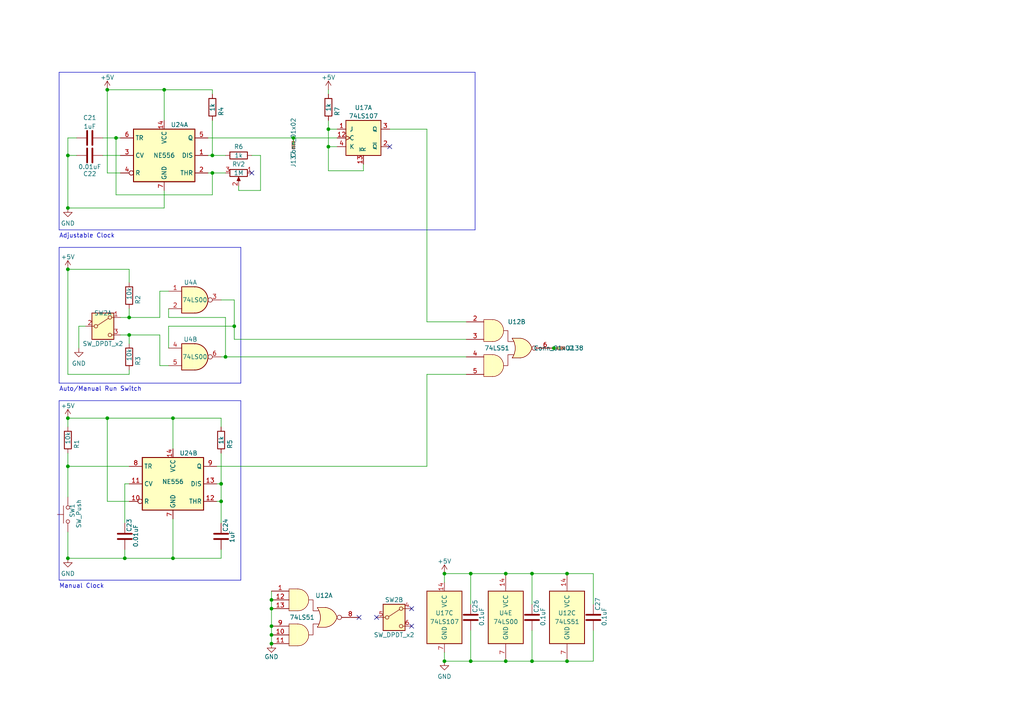
<source format=kicad_sch>
(kicad_sch (version 20231120) (generator "eeschema") (generator_version "8.0")
  (paper "A4")
  (lib_symbols
    (symbol "74xx:74LS00" (pin_names (offset 1.016))
      (property "Reference" "U" (at 0 1.27 0))
      (property "Value" "74LS00" (at 0 -1.27 0))
      (symbol "74LS00_1_1"
        (arc (start 0 -3.81) (mid 3.7934 0) (end 0 3.81) (stroke (width 0.254)) (fill (type background)))
        (polyline (pts (xy 0 3.81) (xy -3.81 3.81) (xy -3.81 -3.81) (xy 0 -3.81)) (stroke (width 0.254)) (fill (type background)))
        (pin input line (at -7.62 2.54 0) (length 3.81) (name "~") (number "1"))
        (pin input line (at -7.62 -2.54 0) (length 3.81) (name "~") (number "2"))
        (pin output inverted (at 7.62 0 180) (length 3.81) (name "~") (number "3"))
      )
      (symbol "74LS00_1_2"
        (arc (start -3.81 -3.81) (mid -2.589 0) (end -3.81 3.81) (stroke (width 0.254)))
        (arc (start -0.6096 -3.81) (mid 2.1855 -2.584) (end 3.81 0) (stroke (width 0.254)) (fill (type background)))
        (polyline (pts (xy -3.81 -3.81) (xy -0.635 -3.81)) (stroke (width 0.254)) (fill (type background)))
        (polyline (pts (xy -3.81 3.81) (xy -0.635 3.81)) (stroke (width 0.254)) (fill (type background)))
        (polyline (pts (xy -0.635 3.81) (xy -3.81 3.81) (xy -3.81 3.81) (xy -3.556 3.4036) (xy -3.0226 2.2606) (xy -2.6924 1.0414) (xy -2.6162 -0.254) (xy -2.7686 -1.4986) (xy -3.175 -2.7178) (xy -3.81 -3.81) (xy -3.81 -3.81) (xy -0.635 -3.81)) (stroke (width -25.4)) (fill (type background)))
        (arc (start 3.81 0) (mid 2.1928 2.5925) (end -0.6096 3.81) (stroke (width 0.254)) (fill (type background)))
        (pin input inverted (at -7.62 2.54 0) (length 4.318) (name "~") (number "1"))
        (pin input inverted (at -7.62 -2.54 0) (length 4.318) (name "~") (number "2"))
        (pin output line (at 7.62 0 180) (length 3.81) (name "~") (number "3"))
      )
      (symbol "74LS00_2_1"
        (arc (start 0 -3.81) (mid 3.7934 0) (end 0 3.81) (stroke (width 0.254)) (fill (type background)))
        (polyline (pts (xy 0 3.81) (xy -3.81 3.81) (xy -3.81 -3.81) (xy 0 -3.81)) (stroke (width 0.254)) (fill (type background)))
        (pin input line (at -7.62 2.54 0) (length 3.81) (name "~") (number "4"))
        (pin input line (at -7.62 -2.54 0) (length 3.81) (name "~") (number "5"))
        (pin output inverted (at 7.62 0 180) (length 3.81) (name "~") (number "6"))
      )
      (symbol "74LS00_2_2"
        (arc (start -3.81 -3.81) (mid -2.589 0) (end -3.81 3.81) (stroke (width 0.254)))
        (arc (start -0.6096 -3.81) (mid 2.1855 -2.584) (end 3.81 0) (stroke (width 0.254)) (fill (type background)))
        (polyline (pts (xy -3.81 -3.81) (xy -0.635 -3.81)) (stroke (width 0.254)) (fill (type background)))
        (polyline (pts (xy -3.81 3.81) (xy -0.635 3.81)) (stroke (width 0.254)) (fill (type background)))
        (polyline (pts (xy -0.635 3.81) (xy -3.81 3.81) (xy -3.81 3.81) (xy -3.556 3.4036) (xy -3.0226 2.2606) (xy -2.6924 1.0414) (xy -2.6162 -0.254) (xy -2.7686 -1.4986) (xy -3.175 -2.7178) (xy -3.81 -3.81) (xy -3.81 -3.81) (xy -0.635 -3.81)) (stroke (width -25.4)) (fill (type background)))
        (arc (start 3.81 0) (mid 2.1928 2.5925) (end -0.6096 3.81) (stroke (width 0.254)) (fill (type background)))
        (pin input inverted (at -7.62 2.54 0) (length 4.318) (name "~") (number "4"))
        (pin input inverted (at -7.62 -2.54 0) (length 4.318) (name "~") (number "5"))
        (pin output line (at 7.62 0 180) (length 3.81) (name "~") (number "6"))
      )
      (symbol "74LS00_3_1"
        (arc (start 0 -3.81) (mid 3.7934 0) (end 0 3.81) (stroke (width 0.254)) (fill (type background)))
        (polyline (pts (xy 0 3.81) (xy -3.81 3.81) (xy -3.81 -3.81) (xy 0 -3.81)) (stroke (width 0.254)) (fill (type background)))
        (pin input line (at -7.62 -2.54 0) (length 3.81) (name "~") (number "10"))
        (pin output inverted (at 7.62 0 180) (length 3.81) (name "~") (number "8"))
        (pin input line (at -7.62 2.54 0) (length 3.81) (name "~") (number "9"))
      )
      (symbol "74LS00_3_2"
        (arc (start -3.81 -3.81) (mid -2.589 0) (end -3.81 3.81) (stroke (width 0.254)))
        (arc (start -0.6096 -3.81) (mid 2.1855 -2.584) (end 3.81 0) (stroke (width 0.254)) (fill (type background)))
        (polyline (pts (xy -3.81 -3.81) (xy -0.635 -3.81)) (stroke (width 0.254)) (fill (type background)))
        (polyline (pts (xy -3.81 3.81) (xy -0.635 3.81)) (stroke (width 0.254)) (fill (type background)))
        (polyline (pts (xy -0.635 3.81) (xy -3.81 3.81) (xy -3.81 3.81) (xy -3.556 3.4036) (xy -3.0226 2.2606) (xy -2.6924 1.0414) (xy -2.6162 -0.254) (xy -2.7686 -1.4986) (xy -3.175 -2.7178) (xy -3.81 -3.81) (xy -3.81 -3.81) (xy -0.635 -3.81)) (stroke (width -25.4)) (fill (type background)))
        (arc (start 3.81 0) (mid 2.1928 2.5925) (end -0.6096 3.81) (stroke (width 0.254)) (fill (type background)))
        (pin input inverted (at -7.62 -2.54 0) (length 4.318) (name "~") (number "10"))
        (pin output line (at 7.62 0 180) (length 3.81) (name "~") (number "8"))
        (pin input inverted (at -7.62 2.54 0) (length 4.318) (name "~") (number "9"))
      )
      (symbol "74LS00_4_1"
        (arc (start 0 -3.81) (mid 3.7934 0) (end 0 3.81) (stroke (width 0.254)) (fill (type background)))
        (polyline (pts (xy 0 3.81) (xy -3.81 3.81) (xy -3.81 -3.81) (xy 0 -3.81)) (stroke (width 0.254)) (fill (type background)))
        (pin output inverted (at 7.62 0 180) (length 3.81) (name "~") (number "11"))
        (pin input line (at -7.62 2.54 0) (length 3.81) (name "~") (number "12"))
        (pin input line (at -7.62 -2.54 0) (length 3.81) (name "~") (number "13"))
      )
      (symbol "74LS00_4_2"
        (arc (start -3.81 -3.81) (mid -2.589 0) (end -3.81 3.81) (stroke (width 0.254)))
        (arc (start -0.6096 -3.81) (mid 2.1855 -2.584) (end 3.81 0) (stroke (width 0.254)) (fill (type background)))
        (polyline (pts (xy -3.81 -3.81) (xy -0.635 -3.81)) (stroke (width 0.254)) (fill (type background)))
        (polyline (pts (xy -3.81 3.81) (xy -0.635 3.81)) (stroke (width 0.254)) (fill (type background)))
        (polyline (pts (xy -0.635 3.81) (xy -3.81 3.81) (xy -3.81 3.81) (xy -3.556 3.4036) (xy -3.0226 2.2606) (xy -2.6924 1.0414) (xy -2.6162 -0.254) (xy -2.7686 -1.4986) (xy -3.175 -2.7178) (xy -3.81 -3.81) (xy -3.81 -3.81) (xy -0.635 -3.81)) (stroke (width -25.4)) (fill (type background)))
        (arc (start 3.81 0) (mid 2.1928 2.5925) (end -0.6096 3.81) (stroke (width 0.254)) (fill (type background)))
        (pin output line (at 7.62 0 180) (length 3.81) (name "~") (number "11"))
        (pin input inverted (at -7.62 2.54 0) (length 4.318) (name "~") (number "12"))
        (pin input inverted (at -7.62 -2.54 0) (length 4.318) (name "~") (number "13"))
      )
      (symbol "74LS00_5_0"
        (pin power_in line (at 0 12.7 270) (length 5.08) (name "VCC") (number "14"))
        (pin power_in line (at 0 -12.7 90) (length 5.08) (name "GND") (number "7"))
      )
      (symbol "74LS00_5_1"
        (rectangle (start -5.08 7.62) (end 5.08 -7.62) (stroke (width 0.254)) (fill (type background)))
      )
    )
    (symbol "74xx:74LS107" (pin_names (offset 1.016))
      (property "Reference" "U" (at -7.62 8.89 0))
      (property "Value" "74LS107" (at -7.62 -8.89 0))
      (symbol "74LS107_1_0"
        (pin input line (at -7.62 2.54 0) (length 2.54) (name "J") (number "1"))
        (pin input clock (at -7.62 0 0) (length 2.54) (name "C") (number "12"))
        (pin input line (at 0 -7.62 90) (length 2.54) (name "~{R}") (number "13"))
        (pin output line (at 7.62 -2.54 180) (length 2.54) (name "~{Q}") (number "2"))
        (pin output line (at 7.62 2.54 180) (length 2.54) (name "Q") (number "3"))
        (pin input line (at -7.62 -2.54 0) (length 2.54) (name "K") (number "4"))
      )
      (symbol "74LS107_1_1"
        (rectangle (start -5.08 5.08) (end 5.08 -5.08) (stroke (width 0.254)) (fill (type background)))
      )
      (symbol "74LS107_2_0"
        (pin input line (at 0 -7.62 90) (length 2.54) (name "~{R}") (number "10"))
        (pin input line (at -7.62 -2.54 0) (length 2.54) (name "K") (number "11"))
        (pin output line (at 7.62 2.54 180) (length 2.54) (name "Q") (number "5"))
        (pin output line (at 7.62 -2.54 180) (length 2.54) (name "~{Q}") (number "6"))
        (pin input line (at -7.62 2.54 0) (length 2.54) (name "J") (number "8"))
        (pin input clock (at -7.62 0 0) (length 2.54) (name "C") (number "9"))
      )
      (symbol "74LS107_2_1"
        (rectangle (start -5.08 5.08) (end 5.08 -5.08) (stroke (width 0.254)) (fill (type background)))
      )
      (symbol "74LS107_3_0"
        (pin power_in line (at 0 10.16 270) (length 2.54) (name "VCC") (number "14"))
        (pin power_in line (at 0 -10.16 90) (length 2.54) (name "GND") (number "7"))
      )
      (symbol "74LS107_3_1"
        (rectangle (start -5.08 7.62) (end 5.08 -7.62) (stroke (width 0.254)) (fill (type background)))
      )
    )
    (symbol "74xx:74LS51" (pin_names (offset 1.016))
      (property "Reference" "U" (at -7.62 10.16 0))
      (property "Value" "74LS51" (at -7.62 -10.16 0))
      (symbol "74LS51_1_0"
        (arc (start -5.08 -8.255) (mid -1.9188 -5.08) (end -5.08 -1.905) (fill (type background)))
        (arc (start -5.08 1.905) (mid -1.9188 5.08) (end -5.08 8.255) (fill (type background)))
        (polyline (pts (xy -5.08 -1.905) (xy -7.62 -1.905) (xy -7.62 -8.255) (xy -5.08 -8.255)) (fill (type background)))
        (polyline (pts (xy -5.08 1.905) (xy -7.62 1.905) (xy -7.62 8.255) (xy -5.08 8.255)) (fill (type background)))
        (polyline (pts (xy -1.905 -5.08) (xy -0.635 -5.08) (xy -0.635 -1.905) (xy 1.016 -1.905)))
        (polyline (pts (xy -1.905 5.08) (xy -0.635 5.08) (xy -0.635 1.905) (xy 1.016 1.905)))
        (polyline (pts (xy 2.9718 2.8702) (xy 0.5842 2.8702) (xy 0.5842 2.8448) (xy 0.635 2.7432) (xy 0.7112 2.6416) (xy 0.762 2.54) (xy 0.8382 2.4384) (xy 0.889 2.3114) (xy 0.9652 2.2098) (xy 1.016 2.0828) (xy 1.0668 1.9812) (xy 1.1176 1.8542) (xy 1.1684 1.7526) (xy 1.2192 1.6256) (xy 1.2446 1.4986) (xy 1.2954 1.3716) (xy 1.3208 1.27) (xy 1.3462 1.143) (xy 1.3716 1.016) (xy 1.397 0.889) (xy 1.4224 0.762) (xy 1.4478 0.635) (xy 1.4478 0.508) (xy 1.4732 0.381) (xy 1.4732 0.254) (xy 1.4732 0.127) (xy 1.4732 0) (xy 1.4732 -0.127) (xy 1.4732 -0.254) (xy 1.4732 -0.381) (xy 1.4732 -0.508) (xy 1.4478 -0.635) (xy 1.4224 -0.762) (xy 1.397 -0.889) (xy 1.397 -1.016) (xy 1.3462 -1.143) (xy 1.3208 -1.2446) (xy 1.2954 -1.3716) (xy 1.2446 -1.4986) (xy 1.2192 -1.6256) (xy 1.1684 -1.7272) (xy 1.1176 -1.8542) (xy 1.0668 -1.9812) (xy 1.016 -2.0828) (xy 0.9652 -2.2098) (xy 0.9144 -2.3114) (xy 0.8636 -2.4384) (xy 0.7874 -2.54) (xy 0.7112 -2.6416) (xy 0.6604 -2.7432) (xy 0.5842 -2.8448) (xy 0.5842 -2.8448) (xy 2.9718 -2.8448)) (stroke (width 0.1778)) (fill (type background)))
        (arc (start 2.9718 -2.8448) (mid 5.0797 -1.9419) (end 6.2992 0) (stroke (width 0.1778)) (fill (type background)))
        (arc (start 6.2992 0) (mid 5.0758 1.9455) (end 2.9718 2.8702) (stroke (width 0.1778)) (fill (type background)))
        (circle (center 6.985 0) (radius 0.635))
        (pin input line (at -12.7 7.62 0) (length 5.08) (name "~") (number "1"))
        (pin input line (at -12.7 -5.08 0) (length 5.08) (name "~") (number "10"))
        (pin input line (at -12.7 -7.62 0) (length 5.08) (name "~") (number "11"))
        (pin input line (at -12.7 5.08 0) (length 5.08) (name "~") (number "12"))
        (pin input line (at -12.7 2.54 0) (length 5.08) (name "~") (number "13"))
        (pin output line (at 12.7 0 180) (length 5.08) (name "~") (number "8"))
        (pin input line (at -12.7 -2.54 0) (length 5.08) (name "~") (number "9"))
      )
      (symbol "74LS51_2_0"
        (arc (start -5.08 -8.255) (mid -1.9188 -5.08) (end -5.08 -1.905) (fill (type background)))
        (arc (start -5.08 1.905) (mid -1.9188 5.08) (end -5.08 8.255) (fill (type background)))
        (polyline (pts (xy -5.08 -1.905) (xy -7.62 -1.905) (xy -7.62 -8.255) (xy -5.08 -8.255)) (fill (type background)))
        (polyline (pts (xy -5.08 1.905) (xy -7.62 1.905) (xy -7.62 8.255) (xy -5.08 8.255)) (fill (type background)))
        (polyline (pts (xy -1.905 -5.08) (xy -0.635 -5.08) (xy -0.635 -1.905) (xy 1.016 -1.905)))
        (polyline (pts (xy -1.905 5.08) (xy -0.635 5.08) (xy -0.635 1.905) (xy 1.016 1.905)))
        (polyline (pts (xy 2.9718 2.8702) (xy 0.5842 2.8702) (xy 0.5842 2.8448) (xy 0.635 2.7432) (xy 0.7112 2.6416) (xy 0.762 2.54) (xy 0.8382 2.4384) (xy 0.889 2.3114) (xy 0.9652 2.2098) (xy 1.016 2.0828) (xy 1.0668 1.9812) (xy 1.1176 1.8542) (xy 1.1684 1.7526) (xy 1.2192 1.6256) (xy 1.2446 1.4986) (xy 1.2954 1.3716) (xy 1.3208 1.27) (xy 1.3462 1.143) (xy 1.3716 1.016) (xy 1.397 0.889) (xy 1.4224 0.762) (xy 1.4478 0.635) (xy 1.4478 0.508) (xy 1.4732 0.381) (xy 1.4732 0.254) (xy 1.4732 0.127) (xy 1.4732 0) (xy 1.4732 -0.127) (xy 1.4732 -0.254) (xy 1.4732 -0.381) (xy 1.4732 -0.508) (xy 1.4478 -0.635) (xy 1.4224 -0.762) (xy 1.397 -0.889) (xy 1.397 -1.016) (xy 1.3462 -1.143) (xy 1.3208 -1.2446) (xy 1.2954 -1.3716) (xy 1.2446 -1.4986) (xy 1.2192 -1.6256) (xy 1.1684 -1.7272) (xy 1.1176 -1.8542) (xy 1.0668 -1.9812) (xy 1.016 -2.0828) (xy 0.9652 -2.2098) (xy 0.9144 -2.3114) (xy 0.8636 -2.4384) (xy 0.7874 -2.54) (xy 0.7112 -2.6416) (xy 0.6604 -2.7432) (xy 0.5842 -2.8448) (xy 0.5842 -2.8448) (xy 2.9718 -2.8448)) (stroke (width 0.1778)) (fill (type background)))
        (arc (start 2.9718 -2.8448) (mid 5.0797 -1.9419) (end 6.2992 0) (stroke (width 0.1778)) (fill (type background)))
        (arc (start 6.2992 0) (mid 5.0758 1.9455) (end 2.9718 2.8702) (stroke (width 0.1778)) (fill (type background)))
        (circle (center 6.985 0) (radius 0.635))
        (pin input line (at -12.7 7.62 0) (length 5.08) (name "~") (number "2"))
        (pin input line (at -12.7 2.54 0) (length 5.08) (name "~") (number "3"))
        (pin input line (at -12.7 -2.54 0) (length 5.08) (name "~") (number "4"))
        (pin input line (at -12.7 -7.62 0) (length 5.08) (name "~") (number "5"))
        (pin output line (at 12.7 0 180) (length 5.08) (name "~") (number "6"))
      )
      (symbol "74LS51_3_0"
        (pin power_in line (at 0 12.7 270) (length 5.08) (name "VCC") (number "14"))
        (pin power_in line (at 0 -12.7 90) (length 5.08) (name "GND") (number "7"))
      )
      (symbol "74LS51_3_1"
        (rectangle (start -5.08 7.62) (end 5.08 -7.62) (stroke (width 0.254)) (fill (type background)))
      )
    )
    (symbol "Device:C" (pin_numbers hide) (pin_names (offset 0.254))
      (property "Reference" "C" (at 0.635 2.54 0))
      (property "Value" "C" (at 0.635 -2.54 0))
      (symbol "C_0_1"
        (polyline (pts (xy -2.032 -0.762) (xy 2.032 -0.762)) (stroke (width 0.508)))
        (polyline (pts (xy -2.032 0.762) (xy 2.032 0.762)) (stroke (width 0.508)))
      )
      (symbol "C_1_1"
        (pin passive line (at 0 3.81 270) (length 2.794) (name "~") (number "1"))
        (pin passive line (at 0 -3.81 90) (length 2.794) (name "~") (number "2"))
      )
    )
    (symbol "Device:R" (pin_numbers hide) (pin_names (offset 0))
      (property "Reference" "R" (at 2.032 0 90))
      (property "Value" "R" (at 0 0 90))
      (symbol "R_0_1"
        (rectangle (start -1.016 -2.54) (end 1.016 2.54) (stroke (width 0.254)))
      )
      (symbol "R_1_1"
        (pin passive line (at 0 3.81 270) (length 1.27) (name "~") (number "1"))
        (pin passive line (at 0 -3.81 90) (length 1.27) (name "~") (number "2"))
      )
    )
    (symbol "Device:R_Potentiometer" (pin_names (offset 1.016) hide)
      (property "Reference" "RV" (at -4.445 0 90))
      (property "Value" "R_Potentiometer" (at -2.54 0 90))
      (symbol "R_Potentiometer_0_1"
        (polyline (pts (xy 2.54 0) (xy 1.524 0)))
        (polyline (pts (xy 1.143 0) (xy 2.286 0.508) (xy 2.286 -0.508) (xy 1.143 0)) (fill (type outline)))
        (rectangle (start 1.016 2.54) (end -1.016 -2.54) (stroke (width 0.254)))
      )
      (symbol "R_Potentiometer_1_1"
        (pin passive line (at 0 3.81 270) (length 1.27) (name "1") (number "1"))
        (pin passive line (at 3.81 0 180) (length 1.27) (name "2") (number "2"))
        (pin passive line (at 0 -3.81 90) (length 1.27) (name "3") (number "3"))
      )
    )
    (symbol "RetroStackLibrary:Conn_01x02_Short" (pin_numbers hide) (pin_names hide)
      (property "Reference" "J" (at 1.27 1.27 0))
      (symbol "Conn_01x02_Short_1_0"
        (pin passive line (at 0 0 0) (length 1) (name "~") (number "1"))
        (pin passive line (at 1.905 0 0) (length 1) (name "~") (number "2"))
      )
      (symbol "Conn_01x02_Short_1_1"
        (rectangle (start 1.016 0.381) (end 3.175 -0.381) (fill (type background)))
      )
    )
    (symbol "SW_DPDT_x2_1" (pin_names (offset 0) hide)
      (property "Reference" "SW" (at 0 5.08 0))
      (property "Value" "SW_DPDT_x2" (at 0 -5.08 0))
      (symbol "SW_DPDT_x2_1_0_0"
        (circle (center -2.032 0) (radius 0.508))
        (circle (center 2.032 -2.54) (radius 0.508))
      )
      (symbol "SW_DPDT_x2_1_0_1"
        (rectangle (start -3.175 3.81) (end 3.175 -3.81) (stroke (width 0.254)) (fill (type background)))
        (polyline (pts (xy -1.524 0.254) (xy 1.5748 2.286)))
        (circle (center 2.032 2.54) (radius 0.508))
      )
      (symbol "SW_DPDT_x2_1_1_1"
        (pin passive line (at 5.08 2.54 180) (length 2.54) (name "A") (number "1"))
        (pin passive line (at -5.08 0 0) (length 2.54) (name "B") (number "2"))
        (pin passive line (at 5.08 -2.54 180) (length 2.54) (name "C") (number "3"))
      )
      (symbol "SW_DPDT_x2_1_2_1"
        (pin passive line (at 5.08 2.54 180) (length 2.54) (name "A") (number "4"))
        (pin passive line (at -5.08 0 0) (length 2.54) (name "B") (number "5"))
        (pin passive line (at 5.08 -2.54 180) (length 2.54) (name "C") (number "6"))
      )
    )
    (symbol "Switch:SW_DPDT_x2" (pin_names (offset 0) hide)
      (property "Reference" "SW" (at 0 5.08 0))
      (property "Value" "SW_DPDT_x2" (at 0 -5.08 0))
      (symbol "SW_DPDT_x2_0_0"
        (circle (center -2.032 0) (radius 0.508))
        (circle (center 2.032 -2.54) (radius 0.508))
      )
      (symbol "SW_DPDT_x2_0_1"
        (rectangle (start -3.175 3.81) (end 3.175 -3.81) (stroke (width 0.254)) (fill (type background)))
        (polyline (pts (xy -1.524 0.254) (xy 1.5748 2.286)))
        (circle (center 2.032 2.54) (radius 0.508))
      )
      (symbol "SW_DPDT_x2_1_1"
        (pin passive line (at 5.08 2.54 180) (length 2.54) (name "A") (number "1"))
        (pin passive line (at -5.08 0 0) (length 2.54) (name "B") (number "2"))
        (pin passive line (at 5.08 -2.54 180) (length 2.54) (name "C") (number "3"))
      )
      (symbol "SW_DPDT_x2_2_1"
        (pin passive line (at 5.08 2.54 180) (length 2.54) (name "A") (number "4"))
        (pin passive line (at -5.08 0 0) (length 2.54) (name "B") (number "5"))
        (pin passive line (at 5.08 -2.54 180) (length 2.54) (name "C") (number "6"))
      )
    )
    (symbol "Switch:SW_Push" (pin_numbers hide) (pin_names (offset 1.016) hide)
      (property "Reference" "SW" (at 1.27 2.54 0))
      (property "Value" "SW_Push" (at 0 -1.524 0))
      (symbol "SW_Push_0_1"
        (circle (center -2.032 0) (radius 0.508))
        (polyline (pts (xy 0 1.27) (xy 0 3.048)))
        (polyline (pts (xy 2.54 1.27) (xy -2.54 1.27)))
        (circle (center 2.032 0) (radius 0.508))
        (pin passive line (at -5.08 0 0) (length 2.54) (name "1") (number "1"))
        (pin passive line (at 5.08 0 180) (length 2.54) (name "2") (number "2"))
      )
    )
    (symbol "Timer:NE556"
      (property "Reference" "U" (at -10.16 8.89 0))
      (property "Value" "NE556" (at -10.16 -8.89 0))
      (symbol "NE556_0_0"
        (pin power_in line (at 0 10.16 270) (length 2.54) (name "VCC") (number "14"))
        (pin power_in line (at 0 -10.16 90) (length 2.54) (name "GND") (number "7"))
      )
      (symbol "NE556_0_1"
        (rectangle (start -8.89 -7.62) (end 8.89 7.62) (stroke (width 0.254)) (fill (type background)))
        (rectangle (start -8.89 -7.62) (end 8.89 7.62) (stroke (width 0.254)) (fill (type background)))
      )
      (symbol "NE556_1_1"
        (pin input line (at 12.7 0 180) (length 3.81) (name "DIS") (number "1"))
        (pin input line (at 12.7 -5.08 180) (length 3.81) (name "THR") (number "2"))
        (pin input line (at -12.7 0 0) (length 3.81) (name "CV") (number "3"))
        (pin input inverted (at -12.7 -5.08 0) (length 3.81) (name "R") (number "4"))
        (pin output line (at 12.7 5.08 180) (length 3.81) (name "Q") (number "5"))
        (pin input line (at -12.7 5.08 0) (length 3.81) (name "TR") (number "6"))
      )
      (symbol "NE556_2_1"
        (pin input inverted (at -12.7 -5.08 0) (length 3.81) (name "R") (number "10"))
        (pin input line (at -12.7 0 0) (length 3.81) (name "CV") (number "11"))
        (pin input line (at 12.7 -5.08 180) (length 3.81) (name "THR") (number "12"))
        (pin input line (at 12.7 0 180) (length 3.81) (name "DIS") (number "13"))
        (pin input line (at -12.7 5.08 0) (length 3.81) (name "TR") (number "8"))
        (pin output line (at 12.7 5.08 180) (length 3.81) (name "Q") (number "9"))
      )
    )
    (symbol "power:+5V" (power) (pin_names (offset 0))
      (property "Value" "+5V" (at 0 3.556 0))
      (symbol "+5V_0_1"
        (polyline (pts (xy -0.762 1.27) (xy 0 2.54)))
        (polyline (pts (xy 0 0) (xy 0 2.54)))
        (polyline (pts (xy 0 2.54) (xy 0.762 1.27)))
      )
      (symbol "+5V_1_1"
        (pin power_in line (at 0 0 90) (length 0) hide (name "+5V") (number "1"))
      )
    )
    (symbol "power:GND" (power) (pin_names (offset 0))
      (property "Value" "GND" (at 0 -3.81 0))
      (symbol "GND_0_1"
        (polyline (pts (xy 0 0) (xy 0 -1.27) (xy 1.27 -1.27) (xy 0 -2.54) (xy -1.27 -1.27) (xy 0 -1.27)))
      )
      (symbol "GND_1_1"
        (pin power_in line (at 0 0 270) (length 0) hide (name "GND") (number "1"))
      )
    )
  )
  (junction (at 64.135 145.415))
  (junction (at 61.595 50.165))
  (junction (at 78.74 186.69))
  (junction (at 19.685 135.255))
  (junction (at 95.25 37.465))
  (junction (at 154.305 166.37))
  (junction (at 146.685 191.77))
  (junction (at 50.165 161.925))
  (junction (at 164.465 191.77))
  (junction (at 33.655 40.005))
  (junction (at 85.09 40.005))
  (junction (at 37.465 92.075))
  (junction (at 19.685 161.925))
  (junction (at 19.685 121.285))
  (junction (at 164.465 166.37))
  (junction (at 31.115 121.285))
  (junction (at 154.305 191.77))
  (junction (at 78.74 176.53))
  (junction (at 67.945 94.615))
  (junction (at 95.25 42.545))
  (junction (at 19.685 60.325))
  (junction (at 160.655 100.965))
  (junction (at 128.905 191.77))
  (junction (at 47.625 26.035))
  (junction (at 146.685 166.37))
  (junction (at 19.685 78.105))
  (junction (at 37.465 97.155))
  (junction (at 78.74 184.15))
  (junction (at 136.525 191.77))
  (junction (at 36.195 161.925))
  (junction (at 136.525 166.37))
  (junction (at 19.685 45.085))
  (junction (at 128.905 166.37))
  (junction (at 64.135 140.335))
  (junction (at 61.595 45.085))
  (junction (at 65.405 103.505))
  (junction (at 50.165 121.285))
  (junction (at 78.74 181.61))
  (junction (at 78.74 173.99))
  (junction (at 31.115 26.035))
  (no_connect (at 73.025 50.165))
  (no_connect (at 109.22 179.07))
  (no_connect (at 119.38 181.61))
  (no_connect (at 104.14 179.07))
  (no_connect (at 113.03 42.545))
  (no_connect (at 119.38 176.53))
  (wire (pts (xy 65.405 103.505) (xy 135.255 103.505)))
  (wire (pts (xy 36.195 140.335) (xy 36.195 151.765)))
  (wire (pts (xy 64.135 86.995) (xy 67.945 86.995)))
  (wire (pts (xy 33.655 40.005) (xy 33.655 56.515)))
  (wire (pts (xy 67.945 98.425) (xy 135.255 98.425)))
  (wire (pts (xy 78.74 184.15) (xy 78.74 186.69)))
  (wire (pts (xy 48.895 92.075) (xy 65.405 92.075)))
  (wire (pts (xy 95.25 34.925) (xy 95.25 37.465)))
  (wire (pts (xy 154.305 182.88) (xy 154.305 191.77)))
  (wire (pts (xy 50.165 130.175) (xy 50.165 121.285)))
  (polyline (pts (xy 17.145 20.955) (xy 17.145 66.675)))
  (wire (pts (xy 64.135 131.445) (xy 64.135 140.335)))
  (polyline (pts (xy 17.145 168.275) (xy 69.85 168.275)))
  (wire (pts (xy 19.685 135.255) (xy 19.685 144.145)))
  (wire (pts (xy 34.925 50.165) (xy 31.115 50.165)))
  (wire (pts (xy 34.925 92.075) (xy 37.465 92.075)))
  (wire (pts (xy 172.085 166.37) (xy 172.085 175.26)))
  (wire (pts (xy 64.135 145.415) (xy 64.135 151.765)))
  (wire (pts (xy 64.135 140.335) (xy 64.135 145.415)))
  (wire (pts (xy 64.135 103.505) (xy 65.405 103.505)))
  (wire (pts (xy 22.225 40.005) (xy 19.685 40.005)))
  (wire (pts (xy 123.825 108.585) (xy 123.825 135.255)))
  (wire (pts (xy 128.905 191.77) (xy 136.525 191.77)))
  (wire (pts (xy 19.685 40.005) (xy 19.685 45.085)))
  (wire (pts (xy 31.115 145.415) (xy 31.115 121.285)))
  (wire (pts (xy 136.525 166.37) (xy 146.685 166.37)))
  (wire (pts (xy 75.565 55.245) (xy 75.565 45.085)))
  (wire (pts (xy 19.685 161.925) (xy 36.195 161.925)))
  (wire (pts (xy 97.79 42.545) (xy 95.25 42.545)))
  (wire (pts (xy 128.905 166.37) (xy 128.905 168.91)))
  (wire (pts (xy 62.865 135.255) (xy 123.825 135.255)))
  (wire (pts (xy 19.685 45.085) (xy 19.685 60.325)))
  (wire (pts (xy 46.355 106.045) (xy 48.895 106.045)))
  (wire (pts (xy 37.465 89.535) (xy 37.465 92.075)))
  (wire (pts (xy 136.525 191.77) (xy 146.685 191.77)))
  (wire (pts (xy 64.135 121.285) (xy 50.165 121.285)))
  (wire (pts (xy 33.655 56.515) (xy 61.595 56.515)))
  (wire (pts (xy 128.905 189.23) (xy 128.905 191.77)))
  (wire (pts (xy 61.595 50.165) (xy 61.595 56.515)))
  (wire (pts (xy 75.565 45.085) (xy 73.025 45.085)))
  (wire (pts (xy 164.465 166.37) (xy 172.085 166.37)))
  (wire (pts (xy 105.41 47.625) (xy 105.41 49.53)))
  (wire (pts (xy 50.165 121.285) (xy 31.115 121.285)))
  (wire (pts (xy 31.115 121.285) (xy 19.685 121.285)))
  (wire (pts (xy 78.74 173.99) (xy 78.74 176.53)))
  (wire (pts (xy 69.215 55.245) (xy 75.565 55.245)))
  (wire (pts (xy 62.865 145.415) (xy 64.135 145.415)))
  (wire (pts (xy 37.465 92.075) (xy 46.355 92.075)))
  (polyline (pts (xy 69.85 111.125) (xy 69.85 71.755)))
  (wire (pts (xy 85.09 40.005) (xy 85.09 41.91)))
  (wire (pts (xy 60.325 40.005) (xy 85.09 40.005)))
  (polyline (pts (xy 17.145 116.205) (xy 69.85 116.205)))
  (wire (pts (xy 128.905 166.37) (xy 136.525 166.37)))
  (wire (pts (xy 154.305 166.37) (xy 164.465 166.37)))
  (wire (pts (xy 37.465 97.155) (xy 37.465 99.695)))
  (wire (pts (xy 29.845 40.005) (xy 33.655 40.005)))
  (wire (pts (xy 78.74 176.53) (xy 78.74 181.61)))
  (wire (pts (xy 95.25 26.035) (xy 95.25 27.305)))
  (wire (pts (xy 105.41 49.53) (xy 95.25 49.53)))
  (wire (pts (xy 67.945 98.425) (xy 67.945 94.615)))
  (wire (pts (xy 64.135 161.925) (xy 50.165 161.925)))
  (wire (pts (xy 37.465 145.415) (xy 31.115 145.415)))
  (wire (pts (xy 95.25 49.53) (xy 95.25 42.545)))
  (wire (pts (xy 113.03 37.465) (xy 123.825 37.465)))
  (wire (pts (xy 61.595 45.085) (xy 65.405 45.085)))
  (wire (pts (xy 19.685 45.085) (xy 22.225 45.085)))
  (wire (pts (xy 37.465 140.335) (xy 36.195 140.335)))
  (polyline (pts (xy 137.795 66.675) (xy 137.795 20.955)))
  (polyline (pts (xy 17.145 20.955) (xy 137.795 20.955)))
  (wire (pts (xy 37.465 78.105) (xy 37.465 81.915)))
  (wire (pts (xy 46.355 97.155) (xy 46.355 106.045)))
  (wire (pts (xy 60.325 50.165) (xy 61.595 50.165)))
  (polyline (pts (xy 69.85 71.755) (xy 17.145 71.755)))
  (wire (pts (xy 172.085 182.88) (xy 172.085 191.77)))
  (wire (pts (xy 50.165 161.925) (xy 36.195 161.925)))
  (wire (pts (xy 78.74 171.45) (xy 78.74 173.99)))
  (wire (pts (xy 37.465 97.155) (xy 46.355 97.155)))
  (wire (pts (xy 47.625 60.325) (xy 19.685 60.325)))
  (wire (pts (xy 123.825 93.345) (xy 135.255 93.345)))
  (wire (pts (xy 50.165 150.495) (xy 50.165 161.925)))
  (polyline (pts (xy 17.145 71.755) (xy 17.145 111.125)))
  (wire (pts (xy 37.465 108.585) (xy 19.685 108.585)))
  (wire (pts (xy 164.465 191.77) (xy 172.085 191.77)))
  (wire (pts (xy 19.685 135.255) (xy 19.685 131.445)))
  (wire (pts (xy 85.09 40.005) (xy 97.79 40.005)))
  (polyline (pts (xy 17.145 116.205) (xy 17.145 168.275)))
  (polyline (pts (xy 69.85 168.275) (xy 69.85 116.205)))
  (wire (pts (xy 78.74 181.61) (xy 78.74 184.15)))
  (wire (pts (xy 136.525 182.88) (xy 136.525 191.77)))
  (wire (pts (xy 37.465 78.105) (xy 19.685 78.105)))
  (wire (pts (xy 48.895 89.535) (xy 48.895 92.075)))
  (polyline (pts (xy 17.145 66.675) (xy 137.795 66.675)))
  (wire (pts (xy 19.685 121.285) (xy 19.685 123.825)))
  (wire (pts (xy 69.215 53.975) (xy 69.215 55.245)))
  (wire (pts (xy 48.895 94.615) (xy 67.945 94.615)))
  (wire (pts (xy 64.135 159.385) (xy 64.135 161.925)))
  (wire (pts (xy 65.405 92.075) (xy 65.405 103.505)))
  (wire (pts (xy 22.86 94.615) (xy 22.86 100.965)))
  (wire (pts (xy 123.825 37.465) (xy 123.825 93.345)))
  (wire (pts (xy 61.595 50.165) (xy 65.405 50.165)))
  (wire (pts (xy 136.525 166.37) (xy 136.525 175.26)))
  (wire (pts (xy 46.355 92.075) (xy 46.355 84.455)))
  (wire (pts (xy 29.845 45.085) (xy 34.925 45.085)))
  (wire (pts (xy 47.625 55.245) (xy 47.625 60.325)))
  (wire (pts (xy 95.25 37.465) (xy 97.79 37.465)))
  (wire (pts (xy 31.115 26.035) (xy 31.115 50.165)))
  (wire (pts (xy 62.865 140.335) (xy 64.135 140.335)))
  (wire (pts (xy 154.305 191.77) (xy 164.465 191.77)))
  (wire (pts (xy 36.195 159.385) (xy 36.195 161.925)))
  (wire (pts (xy 31.115 26.035) (xy 47.625 26.035)))
  (wire (pts (xy 48.895 100.965) (xy 48.895 94.615)))
  (wire (pts (xy 61.595 34.925) (xy 61.595 45.085)))
  (wire (pts (xy 47.625 26.035) (xy 47.625 34.925)))
  (wire (pts (xy 95.25 42.545) (xy 95.25 37.465)))
  (wire (pts (xy 37.465 135.255) (xy 19.685 135.255)))
  (wire (pts (xy 160.655 100.965) (xy 162.56 100.965)))
  (wire (pts (xy 33.655 40.005) (xy 34.925 40.005)))
  (wire (pts (xy 64.135 123.825) (xy 64.135 121.285)))
  (wire (pts (xy 61.595 27.305) (xy 61.595 26.035)))
  (polyline (pts (xy 17.145 111.125) (xy 69.85 111.125)))
  (wire (pts (xy 37.465 108.585) (xy 37.465 107.315)))
  (wire (pts (xy 19.685 154.305) (xy 19.685 161.925)))
  (wire (pts (xy 47.625 26.035) (xy 61.595 26.035)))
  (wire (pts (xy 154.305 166.37) (xy 154.305 175.26)))
  (wire (pts (xy 24.765 94.615) (xy 22.86 94.615)))
  (wire (pts (xy 46.355 84.455) (xy 48.895 84.455)))
  (wire (pts (xy 146.685 191.77) (xy 154.305 191.77)))
  (wire (pts (xy 135.255 108.585) (xy 123.825 108.585)))
  (wire (pts (xy 34.925 97.155) (xy 37.465 97.155)))
  (wire (pts (xy 146.685 166.37) (xy 154.305 166.37)))
  (wire (pts (xy 19.685 108.585) (xy 19.685 78.105)))
  (wire (pts (xy 67.945 94.615) (xy 67.945 86.995)))
  (wire (pts (xy 60.325 45.085) (xy 61.595 45.085)))
  (text "Adjustable Clock" (at 17.145 69.215 0) (effects (font (size 1.27 1.27)) (justify left bottom)))
  (text "Auto/Manual Run Switch" (at 17.145 113.665 0) (effects (font (size 1.27 1.27)) (justify left bottom)))
  (text "Manual Clock" (at 17.145 170.815 0) (effects (font (size 1.27 1.27)) (justify left bottom)))
  (symbol (lib_id "power:GND") (at 19.685 60.325 0) (unit 1)
    (property "Reference" "#PWR039" (effects (hide yes)))
    (property "Value" "GND" (at 19.685 64.7684 0))
  )
  (symbol (lib_id "power:+5V") (at 95.25 26.035 0) (unit 1)
    (property "Reference" "#PWR045" (effects (hide yes)))
    (property "Value" "+5V" (at 95.25 22.4592 0))
  )
  (symbol (lib_id "Switch:SW_Push") (at 19.685 149.225 90) (unit 1)
    (property "Reference" "SW1" (at 20.955 146.05 0) (effects (justify right)))
    (property "Value" "SW_Push" (at 22.86 144.78 0) (effects (justify right)))
    (property "Footprint" "RetroStackLibrary:SW_SPST_Push" (effects (hide yes)))
  )
  (symbol (lib_id "power:+5V") (at 128.905 166.37 0) (unit 1)
    (property "Reference" "#PWR046" (effects (hide yes)))
    (property "Value" "+5V" (at 128.905 162.7942 0))
  )
  (symbol (lib_id "Device:R") (at 69.215 45.085 90) (unit 1)
    (property "Reference" "R6" (at 69.215 42.545 90))
    (property "Value" "1k" (at 69.215 45.085 90))
    (property "Footprint" "Resistor_SMD:R_0805_2012Metric_Pad1.20x1.40mm_HandSolder" (effects (hide yes)))
  )
  (symbol (lib_id "RetroStackLibrary:Conn_01x02_Short") (at 85.09 40.005 270) (unit 1)
    (property "Reference" "J137" (at 85.09 43.815 0) (effects (justify left)))
    (property "Value" "Conn_01x02" (at 85.09 40.005 0))
    (property "Footprint" "Connector_PinSocket_2.54mm:PinSocket_1x02_P2.54mm_Vertical" (effects (hide yes)))
  )
  (symbol (lib_id "Device:C") (at 172.085 179.07 0) (unit 1)
    (property "Reference" "C27" (at 173.355 177.165 90) (effects (justify left)))
    (property "Value" "0.1uF" (at 175.26 181.61 90) (effects (justify left)))
    (property "Footprint" "Capacitor_SMD:C_0805_2012Metric_Pad1.18x1.45mm_HandSolder" (effects (hide yes)))
  )
  (symbol (lib_id "Device:R") (at 19.685 127.635 180) (unit 1)
    (property "Reference" "R1" (at 22.225 130.175 90) (effects (justify right)))
    (property "Value" "10k" (at 19.685 128.905 90) (effects (justify right)))
    (property "Footprint" "Resistor_SMD:R_0805_2012Metric_Pad1.20x1.40mm_HandSolder" (effects (hide yes)))
  )
  (symbol (lib_id "Device:R") (at 95.25 31.115 0) (unit 1)
    (property "Reference" "R7" (at 97.79 33.655 90) (effects (justify left)))
    (property "Value" "1k" (at 95.25 32.385 90) (effects (justify left)))
    (property "Footprint" "Resistor_SMD:R_0805_2012Metric_Pad1.20x1.40mm_HandSolder" (effects (hide yes)))
  )
  (symbol (lib_id "74xx:74LS00") (at 56.515 86.995 0) (unit 1)
    (property "Reference" "U4" (at 55.245 81.915 0))
    (property "Value" "74LS00" (at 56.515 86.995 0))
    (property "Footprint" "Package_SO:SOIC-14_3.9x8.7mm_P1.27mm" (effects (hide yes)))
    (property "Datasheet" "http://www.ti.com/lit/gpn/sn74ls00" (effects (hide yes)))
  )
  (symbol (lib_id "RetroStackLibrary:Conn_01x02_Short") (at 160.655 100.965 0) (unit 1)
    (property "Reference" "J138" (at 164.465 100.965 0) (effects (justify left)))
    (property "Value" "Conn_01x02" (at 160.655 100.965 0))
    (property "Footprint" "Connector_PinSocket_2.54mm:PinSocket_1x02_P2.54mm_Vertical" (effects (hide yes)))
  )
  (symbol (lib_id "Device:R") (at 37.465 85.725 0) (unit 1)
    (property "Reference" "R2" (at 40.005 88.265 90) (effects (justify left)))
    (property "Value" "10k" (at 37.465 86.995 90) (effects (justify left)))
    (property "Footprint" "Resistor_SMD:R_0805_2012Metric_Pad1.20x1.40mm_HandSolder" (effects (hide yes)))
  )
  (symbol (lib_id "power:+5V") (at 31.115 26.035 0) (unit 1)
    (property "Reference" "#PWR044" (effects (hide yes)))
    (property "Value" "+5V" (at 31.115 22.4592 0))
  )
  (symbol (lib_id "74xx:74LS51") (at 164.465 179.07 0) (unit 3)
    (property "Reference" "U12" (at 164.465 177.8 0))
    (property "Value" "74LS51" (at 164.465 180.34 0))
    (property "Footprint" "Package_SO:SOIC-14_3.9x8.7mm_P1.27mm" (effects (hide yes)))
    (property "Datasheet" "http://www.ti.com/lit/ds/symlink/sn74ls51.pdf" (effects (hide yes)))
  )
  (symbol (lib_id "power:GND") (at 22.86 100.965 0) (unit 1)
    (property "Reference" "#PWR043" (effects (hide yes)))
    (property "Value" "GND" (at 22.86 105.4084 0))
  )
  (symbol (lib_id "74xx:74LS51") (at 91.44 179.07 0) (unit 1)
    (property "Reference" "U12" (at 93.98 172.72 0))
    (property "Value" "74LS51" (at 87.63 179.07 0))
    (property "Footprint" "Package_SO:SOIC-14_3.9x8.7mm_P1.27mm" (effects (hide yes)))
    (property "Datasheet" "http://www.ti.com/lit/ds/symlink/sn74ls51.pdf" (effects (hide yes)))
  )
  (symbol (lib_id "74xx:74LS00") (at 146.685 179.07 0) (unit 5)
    (property "Reference" "U4" (at 146.685 177.8 0))
    (property "Value" "74LS00" (at 146.685 180.34 0))
    (property "Footprint" "Package_SO:SOIC-14_3.9x8.7mm_P1.27mm" (effects (hide yes)))
    (property "Datasheet" "http://www.ti.com/lit/gpn/sn74ls00" (effects (hide yes)))
  )
  (symbol (lib_id "Switch:SW_DPDT_x2") (at 114.3 179.07 0) (unit 2)
    (property "Reference" "SW2" (at 114.3 173.99 0))
    (property "Value" "SW_DPDT_x2" (at 114.3 184.15 0))
    (property "Footprint" "RetroStackLibrary:SW_DPDT_Push" (effects (hide yes)))
  )
  (symbol (lib_id "74xx:74LS107") (at 128.905 179.07 0) (unit 3)
    (property "Reference" "U17" (at 128.905 177.8 0))
    (property "Value" "74LS107" (at 128.905 180.34 0))
    (property "Footprint" "Package_SO:SOIC-14_3.9x8.7mm_P1.27mm" (effects (hide yes)))
    (property "Datasheet" "http://www.ti.com/lit/gpn/sn74LS107" (effects (hide yes)))
  )
  (symbol (lib_id "power:+5V") (at 19.685 121.285 0) (unit 1)
    (property "Reference" "#PWR041" (effects (hide yes)))
    (property "Value" "+5V" (at 19.685 117.7092 0))
  )
  (symbol (lib_id "Timer:NE556") (at 50.165 140.335 0) (unit 2)
    (property "Reference" "U24" (at 52.07 131.445 0) (effects (justify left)))
    (property "Value" "NE556" (at 50.165 139.7 0))
    (property "Footprint" "Package_SO:SOIC-14_3.9x8.7mm_P1.27mm" (effects (hide yes)))
    (property "Datasheet" "http://www.ti.com/lit/ds/symlink/ne556.pdf" (effects (hide yes)))
  )
  (symbol (lib_id "Device:R_Potentiometer") (at 69.215 50.165 270) (unit 1)
    (property "Reference" "RV2" (at 69.215 47.625 90))
    (property "Value" "1M" (at 69.215 50.165 90))
    (property "Footprint" "Potentiometer_THT:Potentiometer_Bourns_3386P_Vertical" (effects (hide yes)))
  )
  (symbol (lib_id "power:+5V") (at 19.685 78.105 0) (unit 1)
    (property "Reference" "#PWR040" (effects (hide yes)))
    (property "Value" "+5V" (at 19.685 74.5292 0))
  )
  (symbol (lib_id "74xx:74LS00") (at 56.515 103.505 0) (unit 2)
    (property "Reference" "U4" (at 55.245 98.425 0))
    (property "Value" "74LS00" (at 56.515 103.505 0))
    (property "Footprint" "Package_SO:SOIC-14_3.9x8.7mm_P1.27mm" (effects (hide yes)))
    (property "Datasheet" "http://www.ti.com/lit/gpn/sn74ls00" (effects (hide yes)))
  )
  (symbol (lib_id "power:GND") (at 128.905 191.77 0) (unit 1)
    (property "Reference" "#PWR047" (effects (hide yes)))
    (property "Value" "GND" (at 128.905 196.2134 0))
  )
  (symbol (lib_id "power:GND") (at 19.685 161.925 0) (unit 1)
    (property "Reference" "#PWR042" (effects (hide yes)))
    (property "Value" "GND" (at 19.685 166.3684 0))
  )
  (symbol (lib_id "74xx:74LS107") (at 105.41 40.005 0) (unit 1)
    (property "Reference" "U17" (at 105.41 31.2252 0))
    (property "Value" "74LS107" (at 105.41 33.655 0))
    (property "Footprint" "Package_SO:SOIC-14_3.9x8.7mm_P1.27mm" (effects (hide yes)))
    (property "Datasheet" "http://www.ti.com/lit/gpn/sn74LS107" (effects (hide yes)))
  )
  (symbol (lib_id "Device:C") (at 26.035 40.005 90) (unit 1)
    (property "Reference" "C21" (at 26.035 34.1462 90))
    (property "Value" "1uF" (at 26.035 36.6831 90))
    (property "Footprint" "Capacitor_SMD:C_0805_2012Metric_Pad1.18x1.45mm_HandSolder" (effects (hide yes)))
  )
  (symbol (lib_id "Device:C") (at 64.135 155.575 0) (unit 1)
    (property "Reference" "C24" (at 65.405 154.305 90) (effects (justify left)))
    (property "Value" "1uF" (at 67.31 157.48 90) (effects (justify left)))
    (property "Footprint" "Capacitor_SMD:C_0805_2012Metric_Pad1.18x1.45mm_HandSolder" (effects (hide yes)))
  )
  (symbol (lib_id "Device:R") (at 64.135 127.635 0) (unit 1)
    (property "Reference" "R5" (at 66.675 130.175 90) (effects (justify left)))
    (property "Value" "1k" (at 64.135 128.905 90) (effects (justify left)))
    (property "Footprint" "Resistor_SMD:R_0805_2012Metric_Pad1.20x1.40mm_HandSolder" (effects (hide yes)))
  )
  (symbol (lib_id "Device:C") (at 26.035 45.085 90) (unit 1)
    (property "Reference" "C22" (at 26.035 50.419 90))
    (property "Value" "0.01uF" (at 26.035 48.387 90))
    (property "Footprint" "Capacitor_SMD:C_0805_2012Metric_Pad1.18x1.45mm_HandSolder" (effects (hide yes)))
  )
  (symbol (lib_id "74xx:74LS51") (at 147.955 100.965 0) (unit 2)
    (property "Reference" "U12" (at 149.86 93.345 0))
    (property "Value" "74LS51" (at 144.145 100.965 0))
    (property "Footprint" "Package_SO:SOIC-14_3.9x8.7mm_P1.27mm" (effects (hide yes)))
    (property "Datasheet" "http://www.ti.com/lit/ds/symlink/sn74ls51.pdf" (effects (hide yes)))
  )
  (symbol (lib_id "Device:R") (at 37.465 103.505 0) (unit 1)
    (property "Reference" "R3" (at 40.005 106.045 90) (effects (justify left)))
    (property "Value" "10k" (at 37.465 104.775 90) (effects (justify left)))
    (property "Footprint" "Resistor_SMD:R_0805_2012Metric_Pad1.20x1.40mm_HandSolder" (effects (hide yes)))
  )
  (symbol (lib_name "SW_DPDT_x2_1") (lib_id "Switch:SW_DPDT_x2") (at 29.845 94.615 0) (unit 1)
    (property "Reference" "SW2" (at 29.845 90.805 0))
    (property "Value" "SW_DPDT_x2" (at 29.845 99.695 0))
    (property "Footprint" "RetroStackLibrary:SW_DPDT_Push" (effects (hide yes)))
  )
  (symbol (lib_id "power:GND") (at 78.74 186.69 0) (unit 1)
    (property "Reference" "#PWR067" (effects (hide yes)))
    (property "Value" "GND" (at 78.74 190.5 0))
  )
  (symbol (lib_id "Device:R") (at 61.595 31.115 0) (unit 1)
    (property "Reference" "R4" (at 64.135 33.655 90) (effects (justify left)))
    (property "Value" "1k" (at 61.595 32.385 90) (effects (justify left)))
    (property "Footprint" "Resistor_SMD:R_0805_2012Metric_Pad1.20x1.40mm_HandSolder" (effects (hide yes)))
  )
  (symbol (lib_id "Device:C") (at 136.525 179.07 0) (unit 1)
    (property "Reference" "C25" (at 137.795 177.8 90) (effects (justify left)))
    (property "Value" "0.1uF" (at 139.7 181.61 90) (effects (justify left)))
    (property "Footprint" "Capacitor_SMD:C_0805_2012Metric_Pad1.18x1.45mm_HandSolder" (effects (hide yes)))
  )
  (symbol (lib_id "Device:C") (at 154.305 179.07 0) (unit 1)
    (property "Reference" "C26" (at 155.575 177.8 90) (effects (justify left)))
    (property "Value" "0.1uF" (at 157.48 181.61 90) (effects (justify left)))
    (property "Footprint" "Capacitor_SMD:C_0805_2012Metric_Pad1.18x1.45mm_HandSolder" (effects (hide yes)))
  )
  (symbol (lib_id "Device:C") (at 36.195 155.575 180) (unit 1)
    (property "Reference" "C23" (at 37.465 154.305 90) (effects (justify right)))
    (property "Value" "0.01uF" (at 39.37 158.75 90) (effects (justify right)))
    (property "Footprint" "Capacitor_SMD:C_0805_2012Metric_Pad1.18x1.45mm_HandSolder" (effects (hide yes)))
  )
  (symbol (lib_id "Timer:NE556") (at 47.625 45.085 0) (unit 1)
    (property "Reference" "U24" (at 49.53 36.195 0) (effects (justify left)))
    (property "Value" "NE556" (at 47.625 45.085 0))
    (property "Footprint" "Package_SO:SOIC-14_3.9x8.7mm_P1.27mm" (effects (hide yes)))
    (property "Datasheet" "http://www.ti.com/lit/ds/symlink/ne556.pdf" (effects (hide yes)))
  )
)
</source>
